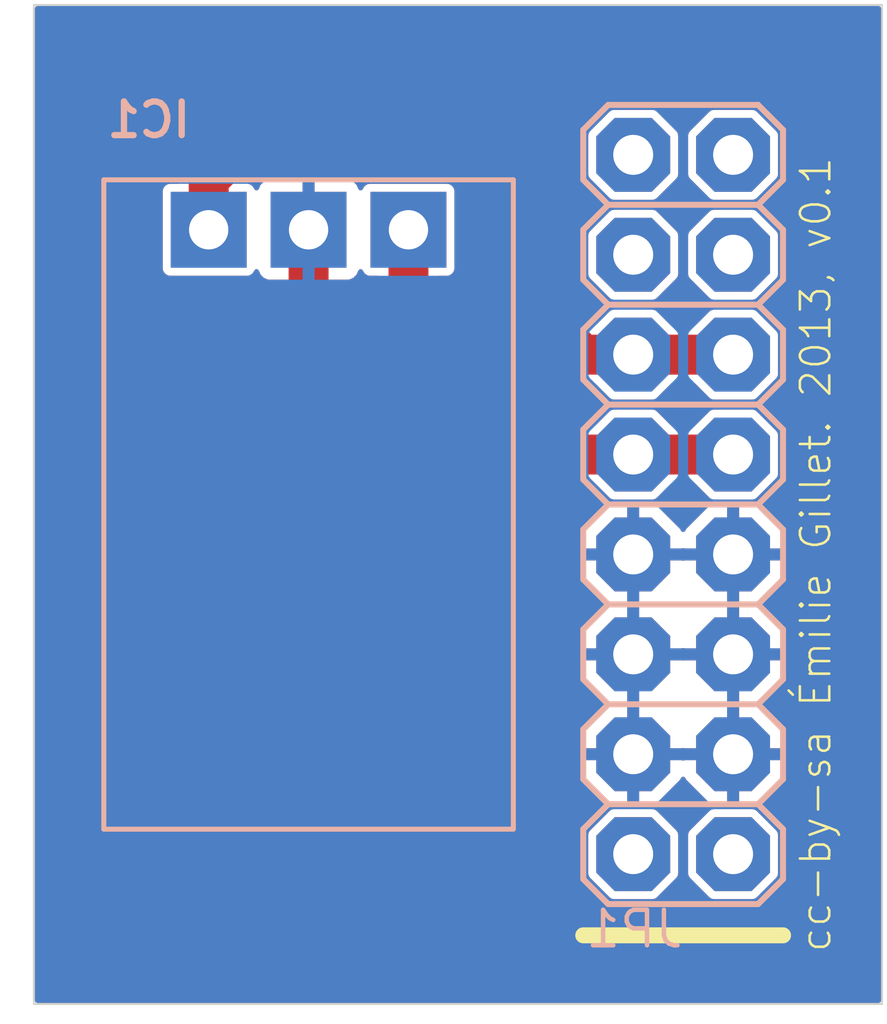
<source format=kicad_pcb>
(kicad_pcb (version 20211014) (generator pcbnew)
  (layers (0 "F.Cu" signal) (31 "B.Cu" signal) (34 "B.Paste" user) (35 "F.Paste" user) (36 "B.SilkS" user "B.Silkscreen") (37 "F.SilkS" user "F.Silkscreen") (38 "B.Mask" user) (39 "F.Mask" user) (44 "Edge.Cuts" user))
  (net 0 "")
  (net 1 "N$1")
  (net 2 "N$2")
  (net 3 "GND")
  (footprint "volts_v01:LOGO_5VOLTS_EDIT" (layer "F.Cu") (at 139.6211 106.2736)
    (fp_text reference "U$2" hide)
    (fp_text value "" hide)
  )
  (footprint "volts_v01:LOGO_5VOLTS" (layer "F.Cu") (at 138.8273 117.2274)
    (fp_text reference "U$1" hide)
    (fp_text value "" hide)
  )
  (footprint "volts_v01:OKI78SR" (layer "B.Cu") (at 144.7011 98.0186)
    (fp_text reference "IC1" (at -5.207 -2.794) (layer "B.SilkS") (effects (font (size 0.85598 0.85598) (thickness 0.16002)) (justify right mirror)))
    (fp_text value "OKI-78SR-5/1.5-W36-C" hide)
    (fp_line (start 5.207 -1.27) (end 5.207 15.24) (layer "B.SilkS") (width 0.127))
    (fp_line (start 5.207 -1.27) (end -5.207 -1.27) (layer "B.SilkS") (width 0.127))
    (fp_line (start -5.207 -1.27) (end -5.207 15.24) (layer "B.SilkS") (width 0.127))
    (fp_line (start -5.207 15.24) (end 5.207 15.24) (layer "B.SilkS") (width 0.127))
    (pad "1" thru_hole rect (at 2.54 0 270) (size 1.9304 1.9304) (drill 1) (layers *.Cu *.Mask) (net 1 "N$1"))
    (pad "2" thru_hole rect (at 0 0 270) (size 1.9304 1.9304) (drill 1) (layers *.Cu *.Mask) (net 3 "GND"))
    (pad "3" thru_hole rect (at -2.54 0 270) (size 1.9304 1.9304) (drill 1) (layers *.Cu *.Mask) (net 2 "N$2"))
  )
  (footprint "volts_v01:2X8" (layer "B.Cu") (at 155.4961 96.1136 -90)
    (fp_text reference "JP1" (at 19.685 3.81 -180) (layer "B.SilkS") (effects (font (size 0.9017 0.9017) (thickness 0.1143)) (justify right mirror)))
    (fp_text value "M08X2" hide)
    (fp_line (start 18.415 3.81) (end 19.05 3.175) (layer "B.SilkS") (width 0.1524))
    (fp_line (start 11.43 3.175) (end 12.065 3.81) (layer "B.SilkS") (width 0.1524))
    (fp_line (start 16.51 -0.635) (end 15.875 -1.27) (layer "B.SilkS") (width 0.1524))
    (fp_line (start 1.27 3.175) (end 1.905 3.81) (layer "B.SilkS") (width 0.1524))
    (fp_line (start 13.97 3.175) (end 14.605 3.81) (layer "B.SilkS") (width 0.1524))
    (fp_line (start 13.97 -0.635) (end 14.605 -1.27) (layer "B.SilkS") (width 0.1524))
    (fp_line (start 16.51 3.175) (end 16.51 -0.635) (layer "B.SilkS") (width 0.1524))
    (fp_line (start 16.51 -0.635) (end 17.145 -1.27) (layer "B.SilkS") (width 0.1524))
    (fp_line (start 0.635 -1.27) (end 1.27 -0.635) (layer "B.SilkS") (width 0.1524))
    (fp_line (start -0.635 -1.27) (end 0.635 -1.27) (layer "B.SilkS") (width 0.1524))
    (fp_line (start 0.635 3.81) (end 1.27 3.175) (layer "B.SilkS") (width 0.1524))
    (fp_line (start 11.43 3.175) (end 11.43 -0.635) (layer "B.SilkS") (width 0.1524))
    (fp_line (start 14.605 3.81) (end 15.875 3.81) (layer "B.SilkS") (width 0.1524))
    (fp_line (start 5.715 3.81) (end 6.35 3.175) (layer "B.SilkS") (width 0.1524))
    (fp_line (start -1.27 3.175) (end -0.635 3.81) (layer "B.SilkS") (width 0.1524))
    (fp_line (start 13.97 3.175) (end 13.97 -0.635) (layer "B.SilkS") (width 0.1524))
    (fp_line (start 14.605 -1.27) (end 15.875 -1.27) (layer "B.SilkS") (width 0.1524))
    (fp_line (start 6.35 3.175) (end 6.985 3.81) (layer "B.SilkS") (width 0.1524))
    (fp_line (start 8.89 3.175) (end 8.89 -0.635) (layer "B.SilkS") (width 0.1524))
    (fp_line (start 10.795 -1.27) (end 11.43 -0.635) (layer "B.SilkS") (width 0.1524))
    (fp_line (start 1.905 -1.27) (end 3.175 -1.27) (layer "B.SilkS") (width 0.1524))
    (fp_line (start 15.875 3.81) (end 16.51 3.175) (layer "B.SilkS") (width 0.1524))
    (fp_line (start 10.795 3.81) (end 11.43 3.175) (layer "B.SilkS") (width 0.1524))
    (fp_line (start 17.145 -1.27) (end 18.415 -1.27) (layer "B.SilkS") (width 0.1524))
    (fp_line (start 4.445 -1.27) (end 5.715 -1.27) (layer "B.SilkS") (width 0.1524))
    (fp_line (start 8.89 -0.635) (end 9.525 -1.27) (layer "B.SilkS") (width 0.1524))
    (fp_line (start 3.175 -1.27) (end 3.81 -0.635) (layer "B.SilkS") (width 0.1524))
    (fp_line (start -0.635 3.81) (end 0.635 3.81) (layer "B.SilkS") (width 0.1524))
    (fp_line (start 5.715 -1.27) (end 6.35 -0.635) (layer "B.SilkS") (width 0.1524))
    (fp_line (start 8.89 3.175) (end 9.525 3.81) (layer "B.SilkS") (width 0.1524))
    (fp_line (start 6.35 3.175) (end 6.35 -0.635) (layer "B.SilkS") (width 0.1524))
    (fp_line (start 1.905 3.81) (end 3.175 3.81) (layer "B.SilkS") (width 0.1524))
    (fp_line (start 12.065 -1.27) (end 13.335 -1.27) (layer "B.SilkS") (width 0.1524))
    (fp_line (start 4.445 3.81) (end 5.715 3.81) (layer "B.SilkS") (width 0.1524))
    (fp_line (start 9.525 -1.27) (end 10.795 -1.27) (layer "B.SilkS") (width 0.1524))
    (fp_line (start -1.27 -0.635) (end -0.635 -1.27) (layer "B.SilkS") (width 0.1524))
    (fp_line (start 6.985 3.81) (end 8.255 3.81) (layer "B.SilkS") (width 0.1524))
    (fp_line (start 16.51 3.175) (end 17.145 3.81) (layer "B.SilkS") (width 0.1524))
    (fp_line (start 6.35 -0.635) (end 6.985 -1.27) (layer "B.SilkS") (width 0.1524))
    (fp_line (start 13.335 -1.27) (end 13.97 -0.635) (layer "B.SilkS") (width 0.1524))
    (fp_line (start 3.175 3.81) (end 3.81 3.175) (layer "B.SilkS") (width 0.1524))
    (fp_line (start 1.27 3.175) (end 1.27 -0.635) (layer "B.SilkS") (width 0.1524))
    (fp_line (start 19.05 3.175) (end 19.05 -0.635) (layer "B.SilkS") (width 0.1524))
    (fp_line (start 1.27 -0.635) (end 1.905 -1.27) (layer "B.SilkS") (width 0.1524))
    (fp_line (start 11.43 -0.635) (end 12.065 -1.27) (layer "B.SilkS") (width 0.1524))
    (fp_line (start 3.81 3.175) (end 3.81 -0.635) (layer "B.SilkS") (width 0.1524))
    (fp_line (start 17.145 3.81) (end 18.415 3.81) (layer "B.SilkS") (width 0.1524))
    (fp_line (start 13.335 3.81) (end 13.97 3.175) (layer "B.SilkS") (width 0.1524))
    (fp_line (start 9.525 3.81) (end 10.795 3.81) (layer "B.SilkS") (width 0.1524))
    (fp_line (start -1.27 -0.635) (end -1.27 3.175) (layer "B.SilkS") (width 0.1524))
    (fp_line (start 12.065 3.81) (end 13.335 3.81) (layer "B.SilkS") (width 0.1524))
    (fp_line (start 8.255 3.81) (end 8.89 3.175) (layer "B.SilkS") (width 0.1524))
    (fp_line (start 8.255 -1.27) (end 8.89 -0.635) (layer "B.SilkS") (width 0.1524))
    (fp_line (start 3.81 3.175) (end 4.445 3.81) (layer "B.SilkS") (width 0.1524))
    (fp_line (start 6.985 -1.27) (end 8.255 -1.27) (layer "B.SilkS") (width 0.1524))
    (fp_line (start 3.81 -0.635) (end 4.445 -1.27) (layer "B.SilkS") (width 0.1524))
    (fp_line (start 19.05 -0.635) (end 18.415 -1.27) (layer "B.SilkS") (width 0.1524))
    (pad "1" thru_hole roundrect (at 0 0 270) (size 1.8796 1.8796) (drill 1.016) (layers *.Cu *.Mask) (chamfer_ratio 0.25) (chamfer top_left top_right bottom_left bottom_right))
    (pad "2" thru_hole roundrect (at 0 2.54 270) (size 1.8796 1.8796) (drill 1.016) (layers *.Cu *.Mask) (chamfer_ratio 0.25) (chamfer top_left top_right bottom_left bottom_right))
    (pad "3" thru_hole roundrect (at 2.54 0 270) (size 1.8796 1.8796) (drill 1.016) (layers *.Cu *.Mask) (chamfer_ratio 0.25) (chamfer top_left top_right bottom_left bottom_right))
    (pad "4" thru_hole roundrect (at 2.54 2.54 270) (size 1.8796 1.8796) (drill 1.016) (layers *.Cu *.Mask) (chamfer_ratio 0.25) (chamfer top_left top_right bottom_left bottom_right))
    (pad "5" thru_hole roundrect (at 5.08 0 270) (size 1.8796 1.8796) (drill 1.016) (layers *.Cu *.Mask) (chamfer_ratio 0.25) (chamfer top_left top_right bottom_left bottom_right) (net 2 "N$2"))
    (pad "6" thru_hole roundrect (at 5.08 2.54 270) (size 1.8796 1.8796) (drill 1.016) (layers *.Cu *.Mask) (chamfer_ratio 0.25) (chamfer top_left top_right bottom_left bottom_right) (net 2 "N$2"))
    (pad "7" thru_hole roundrect (at 7.62 0 270) (size 1.8796 1.8796) (drill 1.016) (layers *.Cu *.Mask) (chamfer_ratio 0.25) (chamfer top_left top_right bottom_left bottom_right) (net 1 "N$1"))
    (pad "8" thru_hole roundrect (at 7.62 2.54 270) (size 1.8796 1.8796) (drill 1.016) (layers *.Cu *.Mask) (chamfer_ratio 0.25) (chamfer top_left top_right bottom_left bottom_right) (net 1 "N$1"))
    (pad "9" thru_hole roundrect (at 10.16 0 270) (size 1.8796 1.8796) (drill 1.016) (layers *.Cu *.Mask) (chamfer_ratio 0.25) (chamfer top_left top_right bottom_left bottom_right) (net 3 "GND"))
    (pad "10" thru_hole roundrect (at 10.16 2.54 270) (size 1.8796 1.8796) (drill 1.016) (layers *.Cu *.Mask) (chamfer_ratio 0.25) (chamfer top_left top_right bottom_left bottom_right) (net 3 "GND"))
    (pad "11" thru_hole roundrect (at 12.7 0 270) (size 1.8796 1.8796) (drill 1.016) (layers *.Cu *.Mask) (chamfer_ratio 0.25) (chamfer top_left top_right bottom_left bottom_right) (net 3 "GND"))
    (pad "12" thru_hole roundrect (at 12.7 2.54 270) (size 1.8796 1.8796) (drill 1.016) (layers *.Cu *.Mask) (chamfer_ratio 0.25) (chamfer top_left top_right bottom_left bottom_right) (net 3 "GND"))
    (pad "13" thru_hole roundrect (at 15.24 0 270) (size 1.8796 1.8796) (drill 1.016) (layers *.Cu *.Mask) (chamfer_ratio 0.25) (chamfer top_left top_right bottom_left bottom_right) (net 3 "GND"))
    (pad "14" thru_hole roundrect (at 15.24 2.54 270) (size 1.8796 1.8796) (drill 1.016) (layers *.Cu *.Mask) (chamfer_ratio 0.25) (chamfer top_left top_right bottom_left bottom_right) (net 3 "GND"))
    (pad "15" thru_hole roundrect (at 17.78 0 270) (size 1.8796 1.8796) (drill 1.016) (layers *.Cu *.Mask) (chamfer_ratio 0.25) (chamfer top_left top_right bottom_left bottom_right))
    (pad "16" thru_hole roundrect (at 17.78 2.54 270) (size 1.8796 1.8796) (drill 1.016) (layers *.Cu *.Mask) (chamfer_ratio 0.25) (chamfer top_left top_right bottom_left bottom_right))
  )
  (gr_line (start 151.6861 115.9574) (end 156.7661 115.9574) (layer "F.SilkS") (width 0.4064))
  (gr_line (start 159.2861 92.3036) (end 137.7161 92.3036) (layer "Edge.Cuts") (width 0.05))
  (gr_line (start 159.2861 117.7036) (end 159.2861 92.3036) (layer "Edge.Cuts") (width 0.05))
  (gr_line (start 137.7161 92.3036) (end 137.7161 117.7036) (layer "Edge.Cuts") (width 0.05))
  (gr_line (start 137.7161 117.7036) (end 159.2861 117.7036) (layer "Edge.Cuts") (width 0.05))
  (gr_text "cc-by-sa Émilie Gillet. 2013, v0.1" (at 158.0361 116.4336 90) (layer "F.SilkS") (effects (font (size 0.747776 0.747776) (thickness 0.065024)) (justify left bottom)))
  (segment (start 150.4161 103.7336) (end 152.9561 103.7336) (width 1.016) (layer "F.Cu") (net 1))
  (segment (start 147.2411 100.5586) (end 147.2411 98.0186) (width 1.016) (layer "F.Cu") (net 1))
  (segment (start 147.2411 100.5586) (end 150.4161 103.7336) (width 1.016) (layer "F.Cu") (net 1))
  (segment (start 152.9561 103.7336) (end 155.4961 103.7336) (width 1.016) (layer "F.Cu") (net 1))
  (segment (start 148.5111 95.4786) (end 150.4161 97.3836) (width 1.016) (layer "F.Cu") (net 2))
  (segment (start 142.1611 98.0186) (end 142.1611 96.7486) (width 1.016) (layer "F.Cu") (net 2))
  (segment (start 152.9561 101.1936) (end 155.4961 101.1936) (width 1.016) (layer "F.Cu") (net 2))
  (segment (start 150.4161 97.3836) (end 150.4161 99.9236) (width 1.016) (layer "F.Cu") (net 2))
  (segment (start 143.4311 95.4786) (end 148.5111 95.4786) (width 1.016) (layer "F.Cu") (net 2))
  (segment (start 142.1611 96.7486) (end 143.4311 95.4786) (width 1.016) (layer "F.Cu") (net 2))
  (segment (start 151.6861 101.1936) (end 152.9561 101.1936) (width 1.016) (layer "F.Cu") (net 2))
  (segment (start 150.4161 99.9236) (end 151.6861 101.1936) (width 1.016) (layer "F.Cu") (net 2))
  (segment (start 144.7011 98.0186) (end 144.7011 99.9236) (width 1.016) (layer "F.Cu") (net 3))
  (zone (net 3) (net_name "GND") (layer "F.Cu") (priority 6) (connect_pads (clearance 0.000001)) (min_thickness 0.127) (fill yes (thermal_gap 0.304) (thermal_bridge_width 0.304))
    (polygon (pts (xy 159.4331 117.8306) (xy 137.5891 117.8306) (xy 137.5891 92.1766) (xy 159.4331 92.1766)))
  )
  (zone (net 3) (net_name "GND") (layer "B.Cu") (priority 6) (connect_pads (clearance 0.000001)) (min_thickness 0.127) (fill yes (thermal_gap 0.304) (thermal_bridge_width 0.304))
    (polygon (pts (xy 159.4331 117.8306) (xy 137.5891 117.8306) (xy 137.5891 92.1766) (xy 159.4331 92.1766)))
  )
)
</source>
